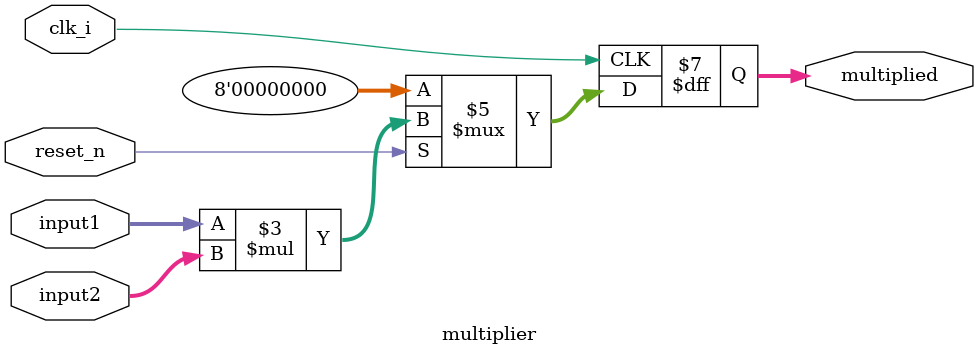
<source format=v>
module multiplier(
    input        reset_n,
    input        clk_i,
	input      [3:0] input1,
	input      [3:0] input2,
	output reg [7:0] multiplied
);

always @( posedge clk_i ) begin
	if( !reset_n ) begin
		multiplied <= 0;
	end
	else begin
		multiplied <= input1 * input2;
	end
end

endmodule
</source>
